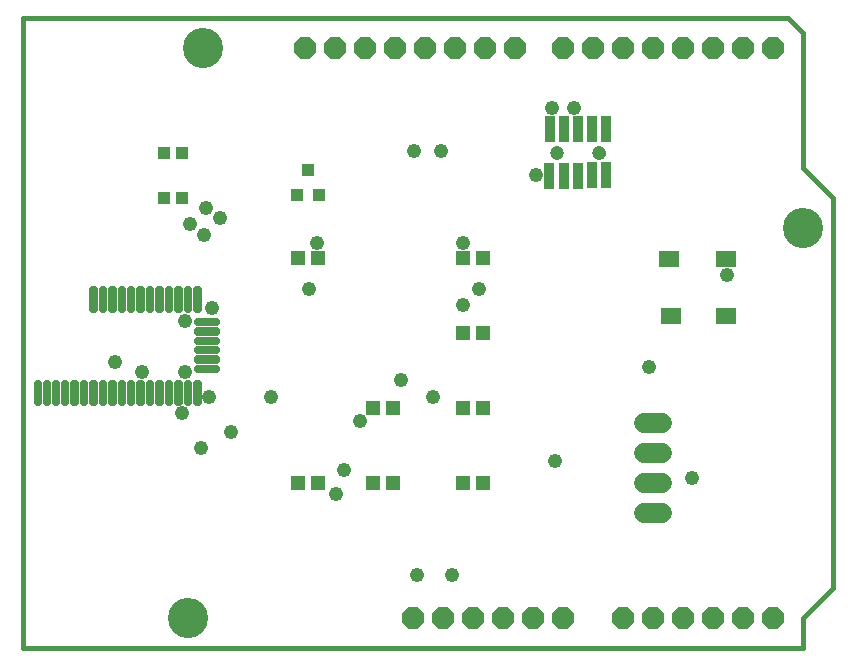
<source format=gts>
G75*
%MOIN*%
%OFA0B0*%
%FSLAX25Y25*%
%IPPOS*%
%LPD*%
%AMOC8*
5,1,8,0,0,1.08239X$1,22.5*
%
%ADD10C,0.01600*%
%ADD11R,0.03950X0.04343*%
%ADD12R,0.05131X0.04737*%
%ADD13R,0.03950X0.03950*%
%ADD14R,0.03300X0.08800*%
%ADD15C,0.00000*%
%ADD16C,0.04737*%
%ADD17R,0.06902X0.05524*%
%ADD18C,0.01938*%
%ADD19OC8,0.07400*%
%ADD20C,0.13398*%
%ADD21C,0.06800*%
%ADD22C,0.04800*%
D10*
X0027000Y0005737D02*
X0027000Y0215737D01*
X0282000Y0215737D01*
X0287000Y0210737D01*
X0287000Y0165737D01*
X0297000Y0155737D01*
X0297000Y0025737D01*
X0287000Y0015737D01*
X0287000Y0005737D01*
X0027000Y0005737D01*
D11*
X0118260Y0156800D03*
X0125740Y0156800D03*
X0122000Y0165068D03*
D12*
X0118654Y0135737D03*
X0125346Y0135737D03*
X0173654Y0135737D03*
X0180346Y0135737D03*
X0180346Y0110737D03*
X0173654Y0110737D03*
X0173654Y0085737D03*
X0180346Y0085737D03*
X0150346Y0085737D03*
X0143654Y0085737D03*
X0143654Y0060737D03*
X0150346Y0060737D03*
X0173654Y0060737D03*
X0180346Y0060737D03*
X0125346Y0060737D03*
X0118654Y0060737D03*
D13*
X0079953Y0155737D03*
X0074047Y0155737D03*
X0074047Y0170737D03*
X0079953Y0170737D03*
D14*
X0202551Y0163060D03*
X0207276Y0163060D03*
X0212000Y0163060D03*
X0216724Y0163257D03*
X0221449Y0163257D03*
X0221449Y0178611D03*
X0216724Y0178611D03*
X0212000Y0178611D03*
X0207276Y0178611D03*
X0202748Y0178611D03*
D15*
X0027000Y0215737D02*
X0027000Y0005737D01*
X0287000Y0005737D01*
X0287000Y0015737D01*
X0297000Y0025737D01*
X0297000Y0154737D01*
X0287000Y0164737D01*
X0287000Y0209737D01*
X0281000Y0215737D01*
X0027000Y0215737D01*
X0080701Y0205737D02*
X0080703Y0205895D01*
X0080709Y0206053D01*
X0080719Y0206211D01*
X0080733Y0206369D01*
X0080751Y0206526D01*
X0080772Y0206683D01*
X0080798Y0206839D01*
X0080828Y0206995D01*
X0080861Y0207150D01*
X0080899Y0207303D01*
X0080940Y0207456D01*
X0080985Y0207608D01*
X0081034Y0207759D01*
X0081087Y0207908D01*
X0081143Y0208056D01*
X0081203Y0208202D01*
X0081267Y0208347D01*
X0081335Y0208490D01*
X0081406Y0208632D01*
X0081480Y0208772D01*
X0081558Y0208909D01*
X0081640Y0209045D01*
X0081724Y0209179D01*
X0081813Y0209310D01*
X0081904Y0209439D01*
X0081999Y0209566D01*
X0082096Y0209691D01*
X0082197Y0209813D01*
X0082301Y0209932D01*
X0082408Y0210049D01*
X0082518Y0210163D01*
X0082631Y0210274D01*
X0082746Y0210383D01*
X0082864Y0210488D01*
X0082985Y0210590D01*
X0083108Y0210690D01*
X0083234Y0210786D01*
X0083362Y0210879D01*
X0083492Y0210969D01*
X0083625Y0211055D01*
X0083760Y0211139D01*
X0083896Y0211218D01*
X0084035Y0211295D01*
X0084176Y0211367D01*
X0084318Y0211437D01*
X0084462Y0211502D01*
X0084608Y0211564D01*
X0084755Y0211622D01*
X0084904Y0211677D01*
X0085054Y0211728D01*
X0085205Y0211775D01*
X0085357Y0211818D01*
X0085510Y0211857D01*
X0085665Y0211893D01*
X0085820Y0211924D01*
X0085976Y0211952D01*
X0086132Y0211976D01*
X0086289Y0211996D01*
X0086447Y0212012D01*
X0086604Y0212024D01*
X0086763Y0212032D01*
X0086921Y0212036D01*
X0087079Y0212036D01*
X0087237Y0212032D01*
X0087396Y0212024D01*
X0087553Y0212012D01*
X0087711Y0211996D01*
X0087868Y0211976D01*
X0088024Y0211952D01*
X0088180Y0211924D01*
X0088335Y0211893D01*
X0088490Y0211857D01*
X0088643Y0211818D01*
X0088795Y0211775D01*
X0088946Y0211728D01*
X0089096Y0211677D01*
X0089245Y0211622D01*
X0089392Y0211564D01*
X0089538Y0211502D01*
X0089682Y0211437D01*
X0089824Y0211367D01*
X0089965Y0211295D01*
X0090104Y0211218D01*
X0090240Y0211139D01*
X0090375Y0211055D01*
X0090508Y0210969D01*
X0090638Y0210879D01*
X0090766Y0210786D01*
X0090892Y0210690D01*
X0091015Y0210590D01*
X0091136Y0210488D01*
X0091254Y0210383D01*
X0091369Y0210274D01*
X0091482Y0210163D01*
X0091592Y0210049D01*
X0091699Y0209932D01*
X0091803Y0209813D01*
X0091904Y0209691D01*
X0092001Y0209566D01*
X0092096Y0209439D01*
X0092187Y0209310D01*
X0092276Y0209179D01*
X0092360Y0209045D01*
X0092442Y0208909D01*
X0092520Y0208772D01*
X0092594Y0208632D01*
X0092665Y0208490D01*
X0092733Y0208347D01*
X0092797Y0208202D01*
X0092857Y0208056D01*
X0092913Y0207908D01*
X0092966Y0207759D01*
X0093015Y0207608D01*
X0093060Y0207456D01*
X0093101Y0207303D01*
X0093139Y0207150D01*
X0093172Y0206995D01*
X0093202Y0206839D01*
X0093228Y0206683D01*
X0093249Y0206526D01*
X0093267Y0206369D01*
X0093281Y0206211D01*
X0093291Y0206053D01*
X0093297Y0205895D01*
X0093299Y0205737D01*
X0093297Y0205579D01*
X0093291Y0205421D01*
X0093281Y0205263D01*
X0093267Y0205105D01*
X0093249Y0204948D01*
X0093228Y0204791D01*
X0093202Y0204635D01*
X0093172Y0204479D01*
X0093139Y0204324D01*
X0093101Y0204171D01*
X0093060Y0204018D01*
X0093015Y0203866D01*
X0092966Y0203715D01*
X0092913Y0203566D01*
X0092857Y0203418D01*
X0092797Y0203272D01*
X0092733Y0203127D01*
X0092665Y0202984D01*
X0092594Y0202842D01*
X0092520Y0202702D01*
X0092442Y0202565D01*
X0092360Y0202429D01*
X0092276Y0202295D01*
X0092187Y0202164D01*
X0092096Y0202035D01*
X0092001Y0201908D01*
X0091904Y0201783D01*
X0091803Y0201661D01*
X0091699Y0201542D01*
X0091592Y0201425D01*
X0091482Y0201311D01*
X0091369Y0201200D01*
X0091254Y0201091D01*
X0091136Y0200986D01*
X0091015Y0200884D01*
X0090892Y0200784D01*
X0090766Y0200688D01*
X0090638Y0200595D01*
X0090508Y0200505D01*
X0090375Y0200419D01*
X0090240Y0200335D01*
X0090104Y0200256D01*
X0089965Y0200179D01*
X0089824Y0200107D01*
X0089682Y0200037D01*
X0089538Y0199972D01*
X0089392Y0199910D01*
X0089245Y0199852D01*
X0089096Y0199797D01*
X0088946Y0199746D01*
X0088795Y0199699D01*
X0088643Y0199656D01*
X0088490Y0199617D01*
X0088335Y0199581D01*
X0088180Y0199550D01*
X0088024Y0199522D01*
X0087868Y0199498D01*
X0087711Y0199478D01*
X0087553Y0199462D01*
X0087396Y0199450D01*
X0087237Y0199442D01*
X0087079Y0199438D01*
X0086921Y0199438D01*
X0086763Y0199442D01*
X0086604Y0199450D01*
X0086447Y0199462D01*
X0086289Y0199478D01*
X0086132Y0199498D01*
X0085976Y0199522D01*
X0085820Y0199550D01*
X0085665Y0199581D01*
X0085510Y0199617D01*
X0085357Y0199656D01*
X0085205Y0199699D01*
X0085054Y0199746D01*
X0084904Y0199797D01*
X0084755Y0199852D01*
X0084608Y0199910D01*
X0084462Y0199972D01*
X0084318Y0200037D01*
X0084176Y0200107D01*
X0084035Y0200179D01*
X0083896Y0200256D01*
X0083760Y0200335D01*
X0083625Y0200419D01*
X0083492Y0200505D01*
X0083362Y0200595D01*
X0083234Y0200688D01*
X0083108Y0200784D01*
X0082985Y0200884D01*
X0082864Y0200986D01*
X0082746Y0201091D01*
X0082631Y0201200D01*
X0082518Y0201311D01*
X0082408Y0201425D01*
X0082301Y0201542D01*
X0082197Y0201661D01*
X0082096Y0201783D01*
X0081999Y0201908D01*
X0081904Y0202035D01*
X0081813Y0202164D01*
X0081724Y0202295D01*
X0081640Y0202429D01*
X0081558Y0202565D01*
X0081480Y0202702D01*
X0081406Y0202842D01*
X0081335Y0202984D01*
X0081267Y0203127D01*
X0081203Y0203272D01*
X0081143Y0203418D01*
X0081087Y0203566D01*
X0081034Y0203715D01*
X0080985Y0203866D01*
X0080940Y0204018D01*
X0080899Y0204171D01*
X0080861Y0204324D01*
X0080828Y0204479D01*
X0080798Y0204635D01*
X0080772Y0204791D01*
X0080751Y0204948D01*
X0080733Y0205105D01*
X0080719Y0205263D01*
X0080709Y0205421D01*
X0080703Y0205579D01*
X0080701Y0205737D01*
X0202944Y0170737D02*
X0202946Y0170825D01*
X0202952Y0170913D01*
X0202962Y0171001D01*
X0202976Y0171089D01*
X0202993Y0171175D01*
X0203015Y0171261D01*
X0203040Y0171345D01*
X0203070Y0171429D01*
X0203102Y0171511D01*
X0203139Y0171591D01*
X0203179Y0171670D01*
X0203223Y0171747D01*
X0203270Y0171822D01*
X0203320Y0171894D01*
X0203374Y0171965D01*
X0203430Y0172032D01*
X0203490Y0172098D01*
X0203552Y0172160D01*
X0203618Y0172220D01*
X0203685Y0172276D01*
X0203756Y0172330D01*
X0203828Y0172380D01*
X0203903Y0172427D01*
X0203980Y0172471D01*
X0204059Y0172511D01*
X0204139Y0172548D01*
X0204221Y0172580D01*
X0204305Y0172610D01*
X0204389Y0172635D01*
X0204475Y0172657D01*
X0204561Y0172674D01*
X0204649Y0172688D01*
X0204737Y0172698D01*
X0204825Y0172704D01*
X0204913Y0172706D01*
X0205001Y0172704D01*
X0205089Y0172698D01*
X0205177Y0172688D01*
X0205265Y0172674D01*
X0205351Y0172657D01*
X0205437Y0172635D01*
X0205521Y0172610D01*
X0205605Y0172580D01*
X0205687Y0172548D01*
X0205767Y0172511D01*
X0205846Y0172471D01*
X0205923Y0172427D01*
X0205998Y0172380D01*
X0206070Y0172330D01*
X0206141Y0172276D01*
X0206208Y0172220D01*
X0206274Y0172160D01*
X0206336Y0172098D01*
X0206396Y0172032D01*
X0206452Y0171965D01*
X0206506Y0171894D01*
X0206556Y0171822D01*
X0206603Y0171747D01*
X0206647Y0171670D01*
X0206687Y0171591D01*
X0206724Y0171511D01*
X0206756Y0171429D01*
X0206786Y0171345D01*
X0206811Y0171261D01*
X0206833Y0171175D01*
X0206850Y0171089D01*
X0206864Y0171001D01*
X0206874Y0170913D01*
X0206880Y0170825D01*
X0206882Y0170737D01*
X0206880Y0170649D01*
X0206874Y0170561D01*
X0206864Y0170473D01*
X0206850Y0170385D01*
X0206833Y0170299D01*
X0206811Y0170213D01*
X0206786Y0170129D01*
X0206756Y0170045D01*
X0206724Y0169963D01*
X0206687Y0169883D01*
X0206647Y0169804D01*
X0206603Y0169727D01*
X0206556Y0169652D01*
X0206506Y0169580D01*
X0206452Y0169509D01*
X0206396Y0169442D01*
X0206336Y0169376D01*
X0206274Y0169314D01*
X0206208Y0169254D01*
X0206141Y0169198D01*
X0206070Y0169144D01*
X0205998Y0169094D01*
X0205923Y0169047D01*
X0205846Y0169003D01*
X0205767Y0168963D01*
X0205687Y0168926D01*
X0205605Y0168894D01*
X0205521Y0168864D01*
X0205437Y0168839D01*
X0205351Y0168817D01*
X0205265Y0168800D01*
X0205177Y0168786D01*
X0205089Y0168776D01*
X0205001Y0168770D01*
X0204913Y0168768D01*
X0204825Y0168770D01*
X0204737Y0168776D01*
X0204649Y0168786D01*
X0204561Y0168800D01*
X0204475Y0168817D01*
X0204389Y0168839D01*
X0204305Y0168864D01*
X0204221Y0168894D01*
X0204139Y0168926D01*
X0204059Y0168963D01*
X0203980Y0169003D01*
X0203903Y0169047D01*
X0203828Y0169094D01*
X0203756Y0169144D01*
X0203685Y0169198D01*
X0203618Y0169254D01*
X0203552Y0169314D01*
X0203490Y0169376D01*
X0203430Y0169442D01*
X0203374Y0169509D01*
X0203320Y0169580D01*
X0203270Y0169652D01*
X0203223Y0169727D01*
X0203179Y0169804D01*
X0203139Y0169883D01*
X0203102Y0169963D01*
X0203070Y0170045D01*
X0203040Y0170129D01*
X0203015Y0170213D01*
X0202993Y0170299D01*
X0202976Y0170385D01*
X0202962Y0170473D01*
X0202952Y0170561D01*
X0202946Y0170649D01*
X0202944Y0170737D01*
X0217118Y0170737D02*
X0217120Y0170825D01*
X0217126Y0170913D01*
X0217136Y0171001D01*
X0217150Y0171089D01*
X0217167Y0171175D01*
X0217189Y0171261D01*
X0217214Y0171345D01*
X0217244Y0171429D01*
X0217276Y0171511D01*
X0217313Y0171591D01*
X0217353Y0171670D01*
X0217397Y0171747D01*
X0217444Y0171822D01*
X0217494Y0171894D01*
X0217548Y0171965D01*
X0217604Y0172032D01*
X0217664Y0172098D01*
X0217726Y0172160D01*
X0217792Y0172220D01*
X0217859Y0172276D01*
X0217930Y0172330D01*
X0218002Y0172380D01*
X0218077Y0172427D01*
X0218154Y0172471D01*
X0218233Y0172511D01*
X0218313Y0172548D01*
X0218395Y0172580D01*
X0218479Y0172610D01*
X0218563Y0172635D01*
X0218649Y0172657D01*
X0218735Y0172674D01*
X0218823Y0172688D01*
X0218911Y0172698D01*
X0218999Y0172704D01*
X0219087Y0172706D01*
X0219175Y0172704D01*
X0219263Y0172698D01*
X0219351Y0172688D01*
X0219439Y0172674D01*
X0219525Y0172657D01*
X0219611Y0172635D01*
X0219695Y0172610D01*
X0219779Y0172580D01*
X0219861Y0172548D01*
X0219941Y0172511D01*
X0220020Y0172471D01*
X0220097Y0172427D01*
X0220172Y0172380D01*
X0220244Y0172330D01*
X0220315Y0172276D01*
X0220382Y0172220D01*
X0220448Y0172160D01*
X0220510Y0172098D01*
X0220570Y0172032D01*
X0220626Y0171965D01*
X0220680Y0171894D01*
X0220730Y0171822D01*
X0220777Y0171747D01*
X0220821Y0171670D01*
X0220861Y0171591D01*
X0220898Y0171511D01*
X0220930Y0171429D01*
X0220960Y0171345D01*
X0220985Y0171261D01*
X0221007Y0171175D01*
X0221024Y0171089D01*
X0221038Y0171001D01*
X0221048Y0170913D01*
X0221054Y0170825D01*
X0221056Y0170737D01*
X0221054Y0170649D01*
X0221048Y0170561D01*
X0221038Y0170473D01*
X0221024Y0170385D01*
X0221007Y0170299D01*
X0220985Y0170213D01*
X0220960Y0170129D01*
X0220930Y0170045D01*
X0220898Y0169963D01*
X0220861Y0169883D01*
X0220821Y0169804D01*
X0220777Y0169727D01*
X0220730Y0169652D01*
X0220680Y0169580D01*
X0220626Y0169509D01*
X0220570Y0169442D01*
X0220510Y0169376D01*
X0220448Y0169314D01*
X0220382Y0169254D01*
X0220315Y0169198D01*
X0220244Y0169144D01*
X0220172Y0169094D01*
X0220097Y0169047D01*
X0220020Y0169003D01*
X0219941Y0168963D01*
X0219861Y0168926D01*
X0219779Y0168894D01*
X0219695Y0168864D01*
X0219611Y0168839D01*
X0219525Y0168817D01*
X0219439Y0168800D01*
X0219351Y0168786D01*
X0219263Y0168776D01*
X0219175Y0168770D01*
X0219087Y0168768D01*
X0218999Y0168770D01*
X0218911Y0168776D01*
X0218823Y0168786D01*
X0218735Y0168800D01*
X0218649Y0168817D01*
X0218563Y0168839D01*
X0218479Y0168864D01*
X0218395Y0168894D01*
X0218313Y0168926D01*
X0218233Y0168963D01*
X0218154Y0169003D01*
X0218077Y0169047D01*
X0218002Y0169094D01*
X0217930Y0169144D01*
X0217859Y0169198D01*
X0217792Y0169254D01*
X0217726Y0169314D01*
X0217664Y0169376D01*
X0217604Y0169442D01*
X0217548Y0169509D01*
X0217494Y0169580D01*
X0217444Y0169652D01*
X0217397Y0169727D01*
X0217353Y0169804D01*
X0217313Y0169883D01*
X0217276Y0169963D01*
X0217244Y0170045D01*
X0217214Y0170129D01*
X0217189Y0170213D01*
X0217167Y0170299D01*
X0217150Y0170385D01*
X0217136Y0170473D01*
X0217126Y0170561D01*
X0217120Y0170649D01*
X0217118Y0170737D01*
X0280701Y0145737D02*
X0280703Y0145895D01*
X0280709Y0146053D01*
X0280719Y0146211D01*
X0280733Y0146369D01*
X0280751Y0146526D01*
X0280772Y0146683D01*
X0280798Y0146839D01*
X0280828Y0146995D01*
X0280861Y0147150D01*
X0280899Y0147303D01*
X0280940Y0147456D01*
X0280985Y0147608D01*
X0281034Y0147759D01*
X0281087Y0147908D01*
X0281143Y0148056D01*
X0281203Y0148202D01*
X0281267Y0148347D01*
X0281335Y0148490D01*
X0281406Y0148632D01*
X0281480Y0148772D01*
X0281558Y0148909D01*
X0281640Y0149045D01*
X0281724Y0149179D01*
X0281813Y0149310D01*
X0281904Y0149439D01*
X0281999Y0149566D01*
X0282096Y0149691D01*
X0282197Y0149813D01*
X0282301Y0149932D01*
X0282408Y0150049D01*
X0282518Y0150163D01*
X0282631Y0150274D01*
X0282746Y0150383D01*
X0282864Y0150488D01*
X0282985Y0150590D01*
X0283108Y0150690D01*
X0283234Y0150786D01*
X0283362Y0150879D01*
X0283492Y0150969D01*
X0283625Y0151055D01*
X0283760Y0151139D01*
X0283896Y0151218D01*
X0284035Y0151295D01*
X0284176Y0151367D01*
X0284318Y0151437D01*
X0284462Y0151502D01*
X0284608Y0151564D01*
X0284755Y0151622D01*
X0284904Y0151677D01*
X0285054Y0151728D01*
X0285205Y0151775D01*
X0285357Y0151818D01*
X0285510Y0151857D01*
X0285665Y0151893D01*
X0285820Y0151924D01*
X0285976Y0151952D01*
X0286132Y0151976D01*
X0286289Y0151996D01*
X0286447Y0152012D01*
X0286604Y0152024D01*
X0286763Y0152032D01*
X0286921Y0152036D01*
X0287079Y0152036D01*
X0287237Y0152032D01*
X0287396Y0152024D01*
X0287553Y0152012D01*
X0287711Y0151996D01*
X0287868Y0151976D01*
X0288024Y0151952D01*
X0288180Y0151924D01*
X0288335Y0151893D01*
X0288490Y0151857D01*
X0288643Y0151818D01*
X0288795Y0151775D01*
X0288946Y0151728D01*
X0289096Y0151677D01*
X0289245Y0151622D01*
X0289392Y0151564D01*
X0289538Y0151502D01*
X0289682Y0151437D01*
X0289824Y0151367D01*
X0289965Y0151295D01*
X0290104Y0151218D01*
X0290240Y0151139D01*
X0290375Y0151055D01*
X0290508Y0150969D01*
X0290638Y0150879D01*
X0290766Y0150786D01*
X0290892Y0150690D01*
X0291015Y0150590D01*
X0291136Y0150488D01*
X0291254Y0150383D01*
X0291369Y0150274D01*
X0291482Y0150163D01*
X0291592Y0150049D01*
X0291699Y0149932D01*
X0291803Y0149813D01*
X0291904Y0149691D01*
X0292001Y0149566D01*
X0292096Y0149439D01*
X0292187Y0149310D01*
X0292276Y0149179D01*
X0292360Y0149045D01*
X0292442Y0148909D01*
X0292520Y0148772D01*
X0292594Y0148632D01*
X0292665Y0148490D01*
X0292733Y0148347D01*
X0292797Y0148202D01*
X0292857Y0148056D01*
X0292913Y0147908D01*
X0292966Y0147759D01*
X0293015Y0147608D01*
X0293060Y0147456D01*
X0293101Y0147303D01*
X0293139Y0147150D01*
X0293172Y0146995D01*
X0293202Y0146839D01*
X0293228Y0146683D01*
X0293249Y0146526D01*
X0293267Y0146369D01*
X0293281Y0146211D01*
X0293291Y0146053D01*
X0293297Y0145895D01*
X0293299Y0145737D01*
X0293297Y0145579D01*
X0293291Y0145421D01*
X0293281Y0145263D01*
X0293267Y0145105D01*
X0293249Y0144948D01*
X0293228Y0144791D01*
X0293202Y0144635D01*
X0293172Y0144479D01*
X0293139Y0144324D01*
X0293101Y0144171D01*
X0293060Y0144018D01*
X0293015Y0143866D01*
X0292966Y0143715D01*
X0292913Y0143566D01*
X0292857Y0143418D01*
X0292797Y0143272D01*
X0292733Y0143127D01*
X0292665Y0142984D01*
X0292594Y0142842D01*
X0292520Y0142702D01*
X0292442Y0142565D01*
X0292360Y0142429D01*
X0292276Y0142295D01*
X0292187Y0142164D01*
X0292096Y0142035D01*
X0292001Y0141908D01*
X0291904Y0141783D01*
X0291803Y0141661D01*
X0291699Y0141542D01*
X0291592Y0141425D01*
X0291482Y0141311D01*
X0291369Y0141200D01*
X0291254Y0141091D01*
X0291136Y0140986D01*
X0291015Y0140884D01*
X0290892Y0140784D01*
X0290766Y0140688D01*
X0290638Y0140595D01*
X0290508Y0140505D01*
X0290375Y0140419D01*
X0290240Y0140335D01*
X0290104Y0140256D01*
X0289965Y0140179D01*
X0289824Y0140107D01*
X0289682Y0140037D01*
X0289538Y0139972D01*
X0289392Y0139910D01*
X0289245Y0139852D01*
X0289096Y0139797D01*
X0288946Y0139746D01*
X0288795Y0139699D01*
X0288643Y0139656D01*
X0288490Y0139617D01*
X0288335Y0139581D01*
X0288180Y0139550D01*
X0288024Y0139522D01*
X0287868Y0139498D01*
X0287711Y0139478D01*
X0287553Y0139462D01*
X0287396Y0139450D01*
X0287237Y0139442D01*
X0287079Y0139438D01*
X0286921Y0139438D01*
X0286763Y0139442D01*
X0286604Y0139450D01*
X0286447Y0139462D01*
X0286289Y0139478D01*
X0286132Y0139498D01*
X0285976Y0139522D01*
X0285820Y0139550D01*
X0285665Y0139581D01*
X0285510Y0139617D01*
X0285357Y0139656D01*
X0285205Y0139699D01*
X0285054Y0139746D01*
X0284904Y0139797D01*
X0284755Y0139852D01*
X0284608Y0139910D01*
X0284462Y0139972D01*
X0284318Y0140037D01*
X0284176Y0140107D01*
X0284035Y0140179D01*
X0283896Y0140256D01*
X0283760Y0140335D01*
X0283625Y0140419D01*
X0283492Y0140505D01*
X0283362Y0140595D01*
X0283234Y0140688D01*
X0283108Y0140784D01*
X0282985Y0140884D01*
X0282864Y0140986D01*
X0282746Y0141091D01*
X0282631Y0141200D01*
X0282518Y0141311D01*
X0282408Y0141425D01*
X0282301Y0141542D01*
X0282197Y0141661D01*
X0282096Y0141783D01*
X0281999Y0141908D01*
X0281904Y0142035D01*
X0281813Y0142164D01*
X0281724Y0142295D01*
X0281640Y0142429D01*
X0281558Y0142565D01*
X0281480Y0142702D01*
X0281406Y0142842D01*
X0281335Y0142984D01*
X0281267Y0143127D01*
X0281203Y0143272D01*
X0281143Y0143418D01*
X0281087Y0143566D01*
X0281034Y0143715D01*
X0280985Y0143866D01*
X0280940Y0144018D01*
X0280899Y0144171D01*
X0280861Y0144324D01*
X0280828Y0144479D01*
X0280798Y0144635D01*
X0280772Y0144791D01*
X0280751Y0144948D01*
X0280733Y0145105D01*
X0280719Y0145263D01*
X0280709Y0145421D01*
X0280703Y0145579D01*
X0280701Y0145737D01*
X0075701Y0015737D02*
X0075703Y0015895D01*
X0075709Y0016053D01*
X0075719Y0016211D01*
X0075733Y0016369D01*
X0075751Y0016526D01*
X0075772Y0016683D01*
X0075798Y0016839D01*
X0075828Y0016995D01*
X0075861Y0017150D01*
X0075899Y0017303D01*
X0075940Y0017456D01*
X0075985Y0017608D01*
X0076034Y0017759D01*
X0076087Y0017908D01*
X0076143Y0018056D01*
X0076203Y0018202D01*
X0076267Y0018347D01*
X0076335Y0018490D01*
X0076406Y0018632D01*
X0076480Y0018772D01*
X0076558Y0018909D01*
X0076640Y0019045D01*
X0076724Y0019179D01*
X0076813Y0019310D01*
X0076904Y0019439D01*
X0076999Y0019566D01*
X0077096Y0019691D01*
X0077197Y0019813D01*
X0077301Y0019932D01*
X0077408Y0020049D01*
X0077518Y0020163D01*
X0077631Y0020274D01*
X0077746Y0020383D01*
X0077864Y0020488D01*
X0077985Y0020590D01*
X0078108Y0020690D01*
X0078234Y0020786D01*
X0078362Y0020879D01*
X0078492Y0020969D01*
X0078625Y0021055D01*
X0078760Y0021139D01*
X0078896Y0021218D01*
X0079035Y0021295D01*
X0079176Y0021367D01*
X0079318Y0021437D01*
X0079462Y0021502D01*
X0079608Y0021564D01*
X0079755Y0021622D01*
X0079904Y0021677D01*
X0080054Y0021728D01*
X0080205Y0021775D01*
X0080357Y0021818D01*
X0080510Y0021857D01*
X0080665Y0021893D01*
X0080820Y0021924D01*
X0080976Y0021952D01*
X0081132Y0021976D01*
X0081289Y0021996D01*
X0081447Y0022012D01*
X0081604Y0022024D01*
X0081763Y0022032D01*
X0081921Y0022036D01*
X0082079Y0022036D01*
X0082237Y0022032D01*
X0082396Y0022024D01*
X0082553Y0022012D01*
X0082711Y0021996D01*
X0082868Y0021976D01*
X0083024Y0021952D01*
X0083180Y0021924D01*
X0083335Y0021893D01*
X0083490Y0021857D01*
X0083643Y0021818D01*
X0083795Y0021775D01*
X0083946Y0021728D01*
X0084096Y0021677D01*
X0084245Y0021622D01*
X0084392Y0021564D01*
X0084538Y0021502D01*
X0084682Y0021437D01*
X0084824Y0021367D01*
X0084965Y0021295D01*
X0085104Y0021218D01*
X0085240Y0021139D01*
X0085375Y0021055D01*
X0085508Y0020969D01*
X0085638Y0020879D01*
X0085766Y0020786D01*
X0085892Y0020690D01*
X0086015Y0020590D01*
X0086136Y0020488D01*
X0086254Y0020383D01*
X0086369Y0020274D01*
X0086482Y0020163D01*
X0086592Y0020049D01*
X0086699Y0019932D01*
X0086803Y0019813D01*
X0086904Y0019691D01*
X0087001Y0019566D01*
X0087096Y0019439D01*
X0087187Y0019310D01*
X0087276Y0019179D01*
X0087360Y0019045D01*
X0087442Y0018909D01*
X0087520Y0018772D01*
X0087594Y0018632D01*
X0087665Y0018490D01*
X0087733Y0018347D01*
X0087797Y0018202D01*
X0087857Y0018056D01*
X0087913Y0017908D01*
X0087966Y0017759D01*
X0088015Y0017608D01*
X0088060Y0017456D01*
X0088101Y0017303D01*
X0088139Y0017150D01*
X0088172Y0016995D01*
X0088202Y0016839D01*
X0088228Y0016683D01*
X0088249Y0016526D01*
X0088267Y0016369D01*
X0088281Y0016211D01*
X0088291Y0016053D01*
X0088297Y0015895D01*
X0088299Y0015737D01*
X0088297Y0015579D01*
X0088291Y0015421D01*
X0088281Y0015263D01*
X0088267Y0015105D01*
X0088249Y0014948D01*
X0088228Y0014791D01*
X0088202Y0014635D01*
X0088172Y0014479D01*
X0088139Y0014324D01*
X0088101Y0014171D01*
X0088060Y0014018D01*
X0088015Y0013866D01*
X0087966Y0013715D01*
X0087913Y0013566D01*
X0087857Y0013418D01*
X0087797Y0013272D01*
X0087733Y0013127D01*
X0087665Y0012984D01*
X0087594Y0012842D01*
X0087520Y0012702D01*
X0087442Y0012565D01*
X0087360Y0012429D01*
X0087276Y0012295D01*
X0087187Y0012164D01*
X0087096Y0012035D01*
X0087001Y0011908D01*
X0086904Y0011783D01*
X0086803Y0011661D01*
X0086699Y0011542D01*
X0086592Y0011425D01*
X0086482Y0011311D01*
X0086369Y0011200D01*
X0086254Y0011091D01*
X0086136Y0010986D01*
X0086015Y0010884D01*
X0085892Y0010784D01*
X0085766Y0010688D01*
X0085638Y0010595D01*
X0085508Y0010505D01*
X0085375Y0010419D01*
X0085240Y0010335D01*
X0085104Y0010256D01*
X0084965Y0010179D01*
X0084824Y0010107D01*
X0084682Y0010037D01*
X0084538Y0009972D01*
X0084392Y0009910D01*
X0084245Y0009852D01*
X0084096Y0009797D01*
X0083946Y0009746D01*
X0083795Y0009699D01*
X0083643Y0009656D01*
X0083490Y0009617D01*
X0083335Y0009581D01*
X0083180Y0009550D01*
X0083024Y0009522D01*
X0082868Y0009498D01*
X0082711Y0009478D01*
X0082553Y0009462D01*
X0082396Y0009450D01*
X0082237Y0009442D01*
X0082079Y0009438D01*
X0081921Y0009438D01*
X0081763Y0009442D01*
X0081604Y0009450D01*
X0081447Y0009462D01*
X0081289Y0009478D01*
X0081132Y0009498D01*
X0080976Y0009522D01*
X0080820Y0009550D01*
X0080665Y0009581D01*
X0080510Y0009617D01*
X0080357Y0009656D01*
X0080205Y0009699D01*
X0080054Y0009746D01*
X0079904Y0009797D01*
X0079755Y0009852D01*
X0079608Y0009910D01*
X0079462Y0009972D01*
X0079318Y0010037D01*
X0079176Y0010107D01*
X0079035Y0010179D01*
X0078896Y0010256D01*
X0078760Y0010335D01*
X0078625Y0010419D01*
X0078492Y0010505D01*
X0078362Y0010595D01*
X0078234Y0010688D01*
X0078108Y0010784D01*
X0077985Y0010884D01*
X0077864Y0010986D01*
X0077746Y0011091D01*
X0077631Y0011200D01*
X0077518Y0011311D01*
X0077408Y0011425D01*
X0077301Y0011542D01*
X0077197Y0011661D01*
X0077096Y0011783D01*
X0076999Y0011908D01*
X0076904Y0012035D01*
X0076813Y0012164D01*
X0076724Y0012295D01*
X0076640Y0012429D01*
X0076558Y0012565D01*
X0076480Y0012702D01*
X0076406Y0012842D01*
X0076335Y0012984D01*
X0076267Y0013127D01*
X0076203Y0013272D01*
X0076143Y0013418D01*
X0076087Y0013566D01*
X0076034Y0013715D01*
X0075985Y0013866D01*
X0075940Y0014018D01*
X0075899Y0014171D01*
X0075861Y0014324D01*
X0075828Y0014479D01*
X0075798Y0014635D01*
X0075772Y0014791D01*
X0075751Y0014948D01*
X0075733Y0015105D01*
X0075719Y0015263D01*
X0075709Y0015421D01*
X0075703Y0015579D01*
X0075701Y0015737D01*
D16*
X0204913Y0170737D03*
X0219087Y0170737D03*
D17*
X0242551Y0135186D03*
X0261449Y0135186D03*
X0261449Y0116288D03*
X0242945Y0116288D03*
D18*
X0091707Y0114774D02*
X0084971Y0114774D01*
X0091707Y0114774D02*
X0091707Y0113944D01*
X0084971Y0113944D01*
X0084971Y0114774D01*
X0084971Y0111624D02*
X0091707Y0111624D01*
X0091707Y0110794D01*
X0084971Y0110794D01*
X0084971Y0111624D01*
X0084971Y0108475D02*
X0091707Y0108475D01*
X0091707Y0107645D01*
X0084971Y0107645D01*
X0084971Y0108475D01*
X0084971Y0105325D02*
X0091707Y0105325D01*
X0091707Y0104495D01*
X0084971Y0104495D01*
X0084971Y0105325D01*
X0084971Y0102176D02*
X0091707Y0102176D01*
X0091707Y0101346D01*
X0084971Y0101346D01*
X0084971Y0102176D01*
X0084971Y0099026D02*
X0091707Y0099026D01*
X0091707Y0098196D01*
X0084971Y0098196D01*
X0084971Y0099026D01*
X0085604Y0094105D02*
X0085604Y0087369D01*
X0084774Y0087369D01*
X0084774Y0094105D01*
X0085604Y0094105D01*
X0085604Y0089306D02*
X0084774Y0089306D01*
X0084774Y0091243D02*
X0085604Y0091243D01*
X0085604Y0093180D02*
X0084774Y0093180D01*
X0082454Y0094105D02*
X0082454Y0087369D01*
X0081624Y0087369D01*
X0081624Y0094105D01*
X0082454Y0094105D01*
X0082454Y0089306D02*
X0081624Y0089306D01*
X0081624Y0091243D02*
X0082454Y0091243D01*
X0082454Y0093180D02*
X0081624Y0093180D01*
X0079305Y0094105D02*
X0079305Y0087369D01*
X0078475Y0087369D01*
X0078475Y0094105D01*
X0079305Y0094105D01*
X0079305Y0089306D02*
X0078475Y0089306D01*
X0078475Y0091243D02*
X0079305Y0091243D01*
X0079305Y0093180D02*
X0078475Y0093180D01*
X0076155Y0094105D02*
X0076155Y0087369D01*
X0075325Y0087369D01*
X0075325Y0094105D01*
X0076155Y0094105D01*
X0076155Y0089306D02*
X0075325Y0089306D01*
X0075325Y0091243D02*
X0076155Y0091243D01*
X0076155Y0093180D02*
X0075325Y0093180D01*
X0073006Y0094105D02*
X0073006Y0087369D01*
X0072176Y0087369D01*
X0072176Y0094105D01*
X0073006Y0094105D01*
X0073006Y0089306D02*
X0072176Y0089306D01*
X0072176Y0091243D02*
X0073006Y0091243D01*
X0073006Y0093180D02*
X0072176Y0093180D01*
X0069856Y0094105D02*
X0069856Y0087369D01*
X0069026Y0087369D01*
X0069026Y0094105D01*
X0069856Y0094105D01*
X0069856Y0089306D02*
X0069026Y0089306D01*
X0069026Y0091243D02*
X0069856Y0091243D01*
X0069856Y0093180D02*
X0069026Y0093180D01*
X0066706Y0094105D02*
X0066706Y0087369D01*
X0065876Y0087369D01*
X0065876Y0094105D01*
X0066706Y0094105D01*
X0066706Y0089306D02*
X0065876Y0089306D01*
X0065876Y0091243D02*
X0066706Y0091243D01*
X0066706Y0093180D02*
X0065876Y0093180D01*
X0063557Y0094105D02*
X0063557Y0087369D01*
X0062727Y0087369D01*
X0062727Y0094105D01*
X0063557Y0094105D01*
X0063557Y0089306D02*
X0062727Y0089306D01*
X0062727Y0091243D02*
X0063557Y0091243D01*
X0063557Y0093180D02*
X0062727Y0093180D01*
X0060407Y0094105D02*
X0060407Y0087369D01*
X0059577Y0087369D01*
X0059577Y0094105D01*
X0060407Y0094105D01*
X0060407Y0089306D02*
X0059577Y0089306D01*
X0059577Y0091243D02*
X0060407Y0091243D01*
X0060407Y0093180D02*
X0059577Y0093180D01*
X0057258Y0094105D02*
X0057258Y0087369D01*
X0056428Y0087369D01*
X0056428Y0094105D01*
X0057258Y0094105D01*
X0057258Y0089306D02*
X0056428Y0089306D01*
X0056428Y0091243D02*
X0057258Y0091243D01*
X0057258Y0093180D02*
X0056428Y0093180D01*
X0054108Y0094105D02*
X0054108Y0087369D01*
X0053278Y0087369D01*
X0053278Y0094105D01*
X0054108Y0094105D01*
X0054108Y0089306D02*
X0053278Y0089306D01*
X0053278Y0091243D02*
X0054108Y0091243D01*
X0054108Y0093180D02*
X0053278Y0093180D01*
X0050958Y0094105D02*
X0050958Y0087369D01*
X0050128Y0087369D01*
X0050128Y0094105D01*
X0050958Y0094105D01*
X0050958Y0089306D02*
X0050128Y0089306D01*
X0050128Y0091243D02*
X0050958Y0091243D01*
X0050958Y0093180D02*
X0050128Y0093180D01*
X0047809Y0094105D02*
X0047809Y0087369D01*
X0046979Y0087369D01*
X0046979Y0094105D01*
X0047809Y0094105D01*
X0047809Y0089306D02*
X0046979Y0089306D01*
X0046979Y0091243D02*
X0047809Y0091243D01*
X0047809Y0093180D02*
X0046979Y0093180D01*
X0044659Y0094105D02*
X0044659Y0087369D01*
X0043829Y0087369D01*
X0043829Y0094105D01*
X0044659Y0094105D01*
X0044659Y0089306D02*
X0043829Y0089306D01*
X0043829Y0091243D02*
X0044659Y0091243D01*
X0044659Y0093180D02*
X0043829Y0093180D01*
X0041509Y0094105D02*
X0041509Y0087369D01*
X0040679Y0087369D01*
X0040679Y0094105D01*
X0041509Y0094105D01*
X0041509Y0089306D02*
X0040679Y0089306D01*
X0040679Y0091243D02*
X0041509Y0091243D01*
X0041509Y0093180D02*
X0040679Y0093180D01*
X0038478Y0094105D02*
X0038478Y0087369D01*
X0037648Y0087369D01*
X0037648Y0094105D01*
X0038478Y0094105D01*
X0038478Y0089306D02*
X0037648Y0089306D01*
X0037648Y0091243D02*
X0038478Y0091243D01*
X0038478Y0093180D02*
X0037648Y0093180D01*
X0035446Y0094105D02*
X0035446Y0087369D01*
X0034616Y0087369D01*
X0034616Y0094105D01*
X0035446Y0094105D01*
X0035446Y0089306D02*
X0034616Y0089306D01*
X0034616Y0091243D02*
X0035446Y0091243D01*
X0035446Y0093180D02*
X0034616Y0093180D01*
X0032415Y0094105D02*
X0032415Y0087369D01*
X0031585Y0087369D01*
X0031585Y0094105D01*
X0032415Y0094105D01*
X0032415Y0089306D02*
X0031585Y0089306D01*
X0031585Y0091243D02*
X0032415Y0091243D01*
X0032415Y0093180D02*
X0031585Y0093180D01*
X0050958Y0118471D02*
X0050958Y0125207D01*
X0050958Y0118471D02*
X0050128Y0118471D01*
X0050128Y0125207D01*
X0050958Y0125207D01*
X0050958Y0120408D02*
X0050128Y0120408D01*
X0050128Y0122345D02*
X0050958Y0122345D01*
X0050958Y0124282D02*
X0050128Y0124282D01*
X0054108Y0125207D02*
X0054108Y0118471D01*
X0053278Y0118471D01*
X0053278Y0125207D01*
X0054108Y0125207D01*
X0054108Y0120408D02*
X0053278Y0120408D01*
X0053278Y0122345D02*
X0054108Y0122345D01*
X0054108Y0124282D02*
X0053278Y0124282D01*
X0057258Y0125207D02*
X0057258Y0118471D01*
X0056428Y0118471D01*
X0056428Y0125207D01*
X0057258Y0125207D01*
X0057258Y0120408D02*
X0056428Y0120408D01*
X0056428Y0122345D02*
X0057258Y0122345D01*
X0057258Y0124282D02*
X0056428Y0124282D01*
X0060407Y0125207D02*
X0060407Y0118471D01*
X0059577Y0118471D01*
X0059577Y0125207D01*
X0060407Y0125207D01*
X0060407Y0120408D02*
X0059577Y0120408D01*
X0059577Y0122345D02*
X0060407Y0122345D01*
X0060407Y0124282D02*
X0059577Y0124282D01*
X0063557Y0125207D02*
X0063557Y0118471D01*
X0062727Y0118471D01*
X0062727Y0125207D01*
X0063557Y0125207D01*
X0063557Y0120408D02*
X0062727Y0120408D01*
X0062727Y0122345D02*
X0063557Y0122345D01*
X0063557Y0124282D02*
X0062727Y0124282D01*
X0066706Y0125207D02*
X0066706Y0118471D01*
X0065876Y0118471D01*
X0065876Y0125207D01*
X0066706Y0125207D01*
X0066706Y0120408D02*
X0065876Y0120408D01*
X0065876Y0122345D02*
X0066706Y0122345D01*
X0066706Y0124282D02*
X0065876Y0124282D01*
X0069856Y0125207D02*
X0069856Y0118471D01*
X0069026Y0118471D01*
X0069026Y0125207D01*
X0069856Y0125207D01*
X0069856Y0120408D02*
X0069026Y0120408D01*
X0069026Y0122345D02*
X0069856Y0122345D01*
X0069856Y0124282D02*
X0069026Y0124282D01*
X0073006Y0125207D02*
X0073006Y0118471D01*
X0072176Y0118471D01*
X0072176Y0125207D01*
X0073006Y0125207D01*
X0073006Y0120408D02*
X0072176Y0120408D01*
X0072176Y0122345D02*
X0073006Y0122345D01*
X0073006Y0124282D02*
X0072176Y0124282D01*
X0076155Y0125207D02*
X0076155Y0118471D01*
X0075325Y0118471D01*
X0075325Y0125207D01*
X0076155Y0125207D01*
X0076155Y0120408D02*
X0075325Y0120408D01*
X0075325Y0122345D02*
X0076155Y0122345D01*
X0076155Y0124282D02*
X0075325Y0124282D01*
X0079305Y0125207D02*
X0079305Y0118471D01*
X0078475Y0118471D01*
X0078475Y0125207D01*
X0079305Y0125207D01*
X0079305Y0120408D02*
X0078475Y0120408D01*
X0078475Y0122345D02*
X0079305Y0122345D01*
X0079305Y0124282D02*
X0078475Y0124282D01*
X0082454Y0125207D02*
X0082454Y0118471D01*
X0081624Y0118471D01*
X0081624Y0125207D01*
X0082454Y0125207D01*
X0082454Y0120408D02*
X0081624Y0120408D01*
X0081624Y0122345D02*
X0082454Y0122345D01*
X0082454Y0124282D02*
X0081624Y0124282D01*
X0085604Y0125207D02*
X0085604Y0118471D01*
X0084774Y0118471D01*
X0084774Y0125207D01*
X0085604Y0125207D01*
X0085604Y0120408D02*
X0084774Y0120408D01*
X0084774Y0122345D02*
X0085604Y0122345D01*
X0085604Y0124282D02*
X0084774Y0124282D01*
D19*
X0121000Y0205737D03*
X0131000Y0205737D03*
X0141000Y0205737D03*
X0151000Y0205737D03*
X0161000Y0205737D03*
X0171000Y0205737D03*
X0181000Y0205737D03*
X0191000Y0205737D03*
X0207000Y0205737D03*
X0217000Y0205737D03*
X0227000Y0205737D03*
X0237000Y0205737D03*
X0247000Y0205737D03*
X0257000Y0205737D03*
X0267000Y0205737D03*
X0277000Y0205737D03*
X0277000Y0015737D03*
X0267000Y0015737D03*
X0257000Y0015737D03*
X0247000Y0015737D03*
X0237000Y0015737D03*
X0227000Y0015737D03*
X0207000Y0015737D03*
X0197000Y0015737D03*
X0187000Y0015737D03*
X0177000Y0015737D03*
X0167000Y0015737D03*
X0157000Y0015737D03*
D20*
X0082000Y0015737D03*
X0287000Y0145737D03*
X0087000Y0205737D03*
D21*
X0234000Y0080737D02*
X0240000Y0080737D01*
X0240000Y0070737D02*
X0234000Y0070737D01*
X0234000Y0060737D02*
X0240000Y0060737D01*
X0240000Y0050737D02*
X0234000Y0050737D01*
D22*
X0250200Y0062437D03*
X0235800Y0099337D03*
X0261900Y0129937D03*
X0198000Y0163237D03*
X0203400Y0185737D03*
X0210600Y0185737D03*
X0166500Y0171337D03*
X0157500Y0171337D03*
X0173700Y0140737D03*
X0179100Y0125437D03*
X0173700Y0120037D03*
X0153000Y0094837D03*
X0163800Y0089437D03*
X0139500Y0081337D03*
X0134100Y0065137D03*
X0131400Y0057037D03*
X0096300Y0077737D03*
X0086400Y0072337D03*
X0080100Y0084037D03*
X0089100Y0089437D03*
X0081000Y0097537D03*
X0066600Y0097537D03*
X0057600Y0101137D03*
X0081000Y0114637D03*
X0090000Y0119137D03*
X0087300Y0143437D03*
X0082800Y0147037D03*
X0088200Y0152437D03*
X0092700Y0148837D03*
X0125100Y0140737D03*
X0122400Y0125437D03*
X0109800Y0089437D03*
X0158400Y0030037D03*
X0170100Y0030037D03*
X0204300Y0067837D03*
M02*

</source>
